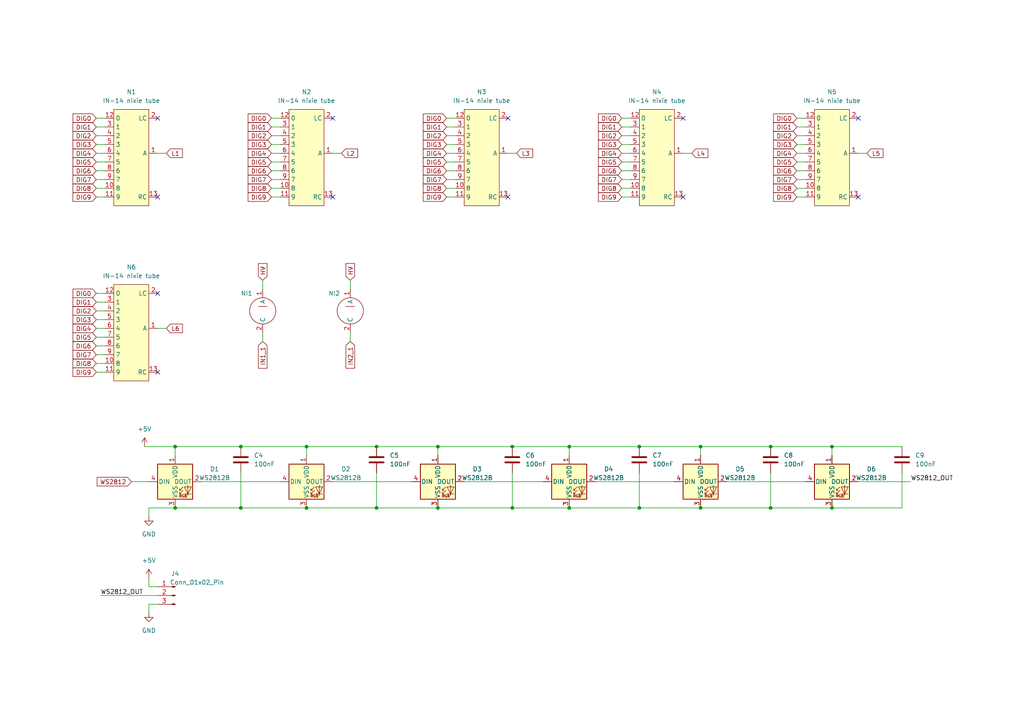
<source format=kicad_sch>
(kicad_sch (version 20230121) (generator eeschema)
  (paper "A4")
  (lib_symbols
    (symbol "Connector:Conn_01x03_Pin" (pin_names (offset 1.016) hide)
      (property "Reference" "J" (at 0 5.08 0))
      (property "Value" "Conn_01x03_Pin" (at 0 -5.08 0))
      (symbol "Conn_01x03_Pin_1_1"
        (polyline (pts (xy 1.27 -2.54) (xy 0.8636 -2.54)) (stroke (width 0.1524)))
        (polyline (pts (xy 1.27 0) (xy 0.8636 0)) (stroke (width 0.1524)))
        (polyline (pts (xy 1.27 2.54) (xy 0.8636 2.54)) (stroke (width 0.1524)))
        (rectangle (start 0.8636 -2.413) (end 0 -2.667) (stroke (width 0.1524)) (fill (type outline)))
        (rectangle (start 0.8636 0.127) (end 0 -0.127) (stroke (width 0.1524)) (fill (type outline)))
        (rectangle (start 0.8636 2.667) (end 0 2.413) (stroke (width 0.1524)) (fill (type outline)))
        (pin passive line (at 5.08 2.54 180) (length 3.81) (name "Pin_1") (number "1"))
        (pin passive line (at 5.08 0 180) (length 3.81) (name "Pin_2") (number "2"))
        (pin passive line (at 5.08 -2.54 180) (length 3.81) (name "Pin_3") (number "3"))
      )
    )
    (symbol "Device:C" (pin_numbers hide) (pin_names (offset 0.254))
      (property "Reference" "C" (at 0.635 2.54 0))
      (property "Value" "C" (at 0.635 -2.54 0))
      (symbol "C_0_1"
        (polyline (pts (xy -2.032 -0.762) (xy 2.032 -0.762)) (stroke (width 0.508)))
        (polyline (pts (xy -2.032 0.762) (xy 2.032 0.762)) (stroke (width 0.508)))
      )
      (symbol "C_1_1"
        (pin passive line (at 0 3.81 270) (length 2.794) (name "~") (number "1"))
        (pin passive line (at 0 -3.81 90) (length 2.794) (name "~") (number "2"))
      )
    )
    (symbol "IN-14_nixie_tube_1"
      (property "Reference" "N" (at -2.54 19.05 0))
      (property "Value" "IN-14 nixie tube" (at 0 15.24 0))
      (symbol "IN-14_nixie_tube_1_1_1"
        (rectangle (start -5.08 12.7) (end 5.08 -15.24) (fill (type background)))
        (pin passive line (at 7.62 0 180) (length 2.54) (name "A") (number "1"))
        (pin passive line (at -7.62 -10.16 0) (length 2.54) (name "8") (number "10"))
        (pin passive line (at -7.62 -12.7 0) (length 2.54) (name "9") (number "11"))
        (pin passive line (at -7.62 10.16 0) (length 2.54) (name "0") (number "12"))
        (pin passive line (at 7.62 -12.7 180) (length 2.54) (name "RC") (number "13"))
        (pin passive line (at 7.62 10.16 180) (length 2.54) (name "LC") (number "2"))
        (pin passive line (at -7.62 7.62 0) (length 2.54) (name "1") (number "3"))
        (pin passive line (at -7.62 5.08 0) (length 2.54) (name "2") (number "4"))
        (pin passive line (at -7.62 2.54 0) (length 2.54) (name "3") (number "5"))
        (pin passive line (at -7.62 0 0) (length 2.54) (name "4") (number "6"))
        (pin passive line (at -7.62 -2.54 0) (length 2.54) (name "5") (number "7"))
        (pin passive line (at -7.62 -5.08 0) (length 2.54) (name "6") (number "8"))
        (pin passive line (at -7.62 -7.62 0) (length 2.54) (name "7") (number "9"))
      )
    )
    (symbol "IN-14_nixie_tube_2"
      (property "Reference" "N" (at -2.54 19.05 0))
      (property "Value" "IN-14 nixie tube" (at 0 15.24 0))
      (symbol "IN-14_nixie_tube_2_1_1"
        (rectangle (start -5.08 12.7) (end 5.08 -15.24) (fill (type background)))
        (pin passive line (at 7.62 0 180) (length 2.54) (name "A") (number "1"))
        (pin passive line (at -7.62 -10.16 0) (length 2.54) (name "8") (number "10"))
        (pin passive line (at -7.62 -12.7 0) (length 2.54) (name "9") (number "11"))
        (pin passive line (at -7.62 10.16 0) (length 2.54) (name "0") (number "12"))
        (pin passive line (at 7.62 -12.7 180) (length 2.54) (name "RC") (number "13"))
        (pin passive line (at 7.62 10.16 180) (length 2.54) (name "LC") (number "2"))
        (pin passive line (at -7.62 7.62 0) (length 2.54) (name "1") (number "3"))
        (pin passive line (at -7.62 5.08 0) (length 2.54) (name "2") (number "4"))
        (pin passive line (at -7.62 2.54 0) (length 2.54) (name "3") (number "5"))
        (pin passive line (at -7.62 0 0) (length 2.54) (name "4") (number "6"))
        (pin passive line (at -7.62 -2.54 0) (length 2.54) (name "5") (number "7"))
        (pin passive line (at -7.62 -5.08 0) (length 2.54) (name "6") (number "8"))
        (pin passive line (at -7.62 -7.62 0) (length 2.54) (name "7") (number "9"))
      )
    )
    (symbol "LED:WS2812B" (pin_names (offset 0.254))
      (property "Reference" "D" (at 5.08 5.715 0))
      (property "Value" "WS2812B" (at 1.27 -5.715 0))
      (symbol "WS2812B_0_0"
        (text "RGB" (at 2.286 -4.191 0) (effects (font (size 0.762 0.762))))
      )
      (symbol "WS2812B_0_1"
        (polyline (pts (xy 1.27 -3.556) (xy 1.778 -3.556)))
        (polyline (pts (xy 1.27 -2.54) (xy 1.778 -2.54)))
        (polyline (pts (xy 4.699 -3.556) (xy 2.667 -3.556)))
        (polyline (pts (xy 2.286 -2.54) (xy 1.27 -3.556) (xy 1.27 -3.048)))
        (polyline (pts (xy 2.286 -1.524) (xy 1.27 -2.54) (xy 1.27 -2.032)))
        (polyline (pts (xy 3.683 -1.016) (xy 3.683 -3.556) (xy 3.683 -4.064)))
        (polyline (pts (xy 4.699 -1.524) (xy 2.667 -1.524) (xy 3.683 -3.556) (xy 4.699 -1.524)))
        (rectangle (start 5.08 5.08) (end -5.08 -5.08) (stroke (width 0.254)) (fill (type background)))
      )
      (symbol "WS2812B_1_1"
        (pin power_in line (at 0 7.62 270) (length 2.54) (name "VDD") (number "1"))
        (pin output line (at 7.62 0 180) (length 2.54) (name "DOUT") (number "2"))
        (pin power_in line (at 0 -7.62 90) (length 2.54) (name "VSS") (number "3"))
        (pin input line (at -7.62 0 0) (length 2.54) (name "DIN") (number "4"))
      )
    )
    (symbol "power:+5V" (power) (pin_names (offset 0))
      (property "Value" "+5V" (at 0 3.556 0))
      (symbol "+5V_0_1"
        (polyline (pts (xy -0.762 1.27) (xy 0 2.54)))
        (polyline (pts (xy 0 0) (xy 0 2.54)))
        (polyline (pts (xy 0 2.54) (xy 0.762 1.27)))
      )
      (symbol "+5V_1_1"
        (pin power_in line (at 0 0 90) (length 0) hide (name "+5V") (number "1"))
      )
    )
    (symbol "power:GND" (power) (pin_names (offset 0))
      (property "Value" "GND" (at 0 -3.81 0))
      (symbol "GND_0_1"
        (polyline (pts (xy 0 0) (xy 0 -1.27) (xy 1.27 -1.27) (xy 0 -2.54) (xy -1.27 -1.27) (xy 0 -1.27)))
      )
      (symbol "GND_1_1"
        (pin power_in line (at 0 0 270) (length 0) hide (name "GND") (number "1"))
      )
    )
    (symbol "project_library:IN-14_nixie_tube"
      (property "Reference" "N" (at -2.54 19.05 0))
      (property "Value" "IN-14 nixie tube" (at 0 15.24 0))
      (symbol "IN-14_nixie_tube_1_1"
        (rectangle (start -5.08 12.7) (end 5.08 -15.24) (fill (type background)))
        (pin passive line (at 7.62 0 180) (length 2.54) (name "A") (number "1"))
        (pin passive line (at -7.62 -10.16 0) (length 2.54) (name "8") (number "10"))
        (pin passive line (at -7.62 -12.7 0) (length 2.54) (name "9") (number "11"))
        (pin passive line (at -7.62 10.16 0) (length 2.54) (name "0") (number "12"))
        (pin passive line (at 7.62 -12.7 180) (length 2.54) (name "RC") (number "13"))
        (pin passive line (at 7.62 10.16 180) (length 2.54) (name "LC") (number "2"))
        (pin passive line (at -7.62 7.62 0) (length 2.54) (name "1") (number "3"))
        (pin passive line (at -7.62 5.08 0) (length 2.54) (name "2") (number "4"))
        (pin passive line (at -7.62 2.54 0) (length 2.54) (name "3") (number "5"))
        (pin passive line (at -7.62 0 0) (length 2.54) (name "4") (number "6"))
        (pin passive line (at -7.62 -2.54 0) (length 2.54) (name "5") (number "7"))
        (pin passive line (at -7.62 -5.08 0) (length 2.54) (name "6") (number "8"))
        (pin passive line (at -7.62 -7.62 0) (length 2.54) (name "7") (number "9"))
      )
    )
    (symbol "project_library:IN-3_indicator"
      (property "Reference" "NI" (at -3.81 5.08 0))
      (property "Value" "IN-3 indicator" (at 0 12.7 0))
      (symbol "IN-3_indicator_0_1"
        (polyline (pts (xy -1.27 1.27) (xy 1.27 1.27)))
        (circle (center 0 0) (radius 3.81))
      )
      (symbol "IN-3_indicator_1_1"
        (pin passive line (at 0 6.35 270) (length 2.54) (name "A") (number "1"))
        (pin passive line (at 0 -6.35 90) (length 2.54) (name "C") (number "2"))
      )
    )
  )
  (junction (at 50.8 129.54))
  (junction (at 165.1 147.32))
  (junction (at 185.42 129.54))
  (junction (at 69.85 129.54))
  (junction (at 223.52 129.54))
  (junction (at 241.3 129.54))
  (junction (at 241.3 147.32))
  (junction (at 127 147.32))
  (junction (at 88.9 147.32))
  (junction (at 185.42 147.32))
  (junction (at 223.52 147.32))
  (junction (at 148.59 129.54))
  (junction (at 50.8 147.32))
  (junction (at 109.22 129.54))
  (junction (at 203.2 129.54))
  (junction (at 69.85 147.32))
  (junction (at 148.59 147.32))
  (junction (at 165.1 129.54))
  (junction (at 127 129.54))
  (junction (at 203.2 147.32))
  (junction (at 109.22 147.32))
  (junction (at 88.9 129.54))
  (no_connect (at 45.72 85.09))
  (no_connect (at 248.92 57.15))
  (no_connect (at 147.32 34.29))
  (no_connect (at 248.92 34.29))
  (no_connect (at 45.72 57.15))
  (no_connect (at 45.72 107.95))
  (no_connect (at 45.72 34.29))
  (no_connect (at 147.32 57.15))
  (no_connect (at 96.52 34.29))
  (no_connect (at 96.52 57.15))
  (no_connect (at 198.12 57.15))
  (no_connect (at 198.12 34.29))
  (wire (pts (xy 180.34 39.37) (xy 182.88 39.37)))
  (wire (pts (xy 261.62 137.16) (xy 261.62 147.32)))
  (wire (pts (xy 203.2 129.54) (xy 223.52 129.54)))
  (wire (pts (xy 203.2 147.32) (xy 223.52 147.32)))
  (wire (pts (xy 43.18 147.32) (xy 50.8 147.32)))
  (wire (pts (xy 231.14 52.07) (xy 233.68 52.07)))
  (wire (pts (xy 231.14 39.37) (xy 233.68 39.37)))
  (wire (pts (xy 43.18 170.18) (xy 43.18 167.64)))
  (wire (pts (xy 76.2 81.28) (xy 76.2 83.82)))
  (wire (pts (xy 231.14 54.61) (xy 233.68 54.61)))
  (wire (pts (xy 223.52 129.54) (xy 241.3 129.54)))
  (wire (pts (xy 109.22 147.32) (xy 127 147.32)))
  (wire (pts (xy 78.74 46.99) (xy 81.28 46.99)))
  (wire (pts (xy 78.74 54.61) (xy 81.28 54.61)))
  (wire (pts (xy 148.59 129.54) (xy 165.1 129.54)))
  (wire (pts (xy 185.42 137.16) (xy 185.42 147.32)))
  (wire (pts (xy 248.92 44.45) (xy 251.46 44.45)))
  (wire (pts (xy 27.94 46.99) (xy 30.48 46.99)))
  (wire (pts (xy 27.94 57.15) (xy 30.48 57.15)))
  (wire (pts (xy 180.34 49.53) (xy 182.88 49.53)))
  (wire (pts (xy 261.62 147.32) (xy 241.3 147.32)))
  (wire (pts (xy 27.94 97.79) (xy 30.48 97.79)))
  (wire (pts (xy 50.8 147.32) (xy 69.85 147.32)))
  (wire (pts (xy 78.74 39.37) (xy 81.28 39.37)))
  (wire (pts (xy 231.14 57.15) (xy 233.68 57.15)))
  (wire (pts (xy 134.62 139.7) (xy 157.48 139.7)))
  (wire (pts (xy 180.34 52.07) (xy 182.88 52.07)))
  (wire (pts (xy 27.94 92.71) (xy 30.48 92.71)))
  (wire (pts (xy 180.34 34.29) (xy 182.88 34.29)))
  (wire (pts (xy 43.18 175.26) (xy 45.72 175.26)))
  (wire (pts (xy 27.94 95.25) (xy 30.48 95.25)))
  (wire (pts (xy 27.94 52.07) (xy 30.48 52.07)))
  (wire (pts (xy 27.94 90.17) (xy 30.48 90.17)))
  (wire (pts (xy 127 147.32) (xy 148.59 147.32)))
  (wire (pts (xy 78.74 41.91) (xy 81.28 41.91)))
  (wire (pts (xy 223.52 147.32) (xy 241.3 147.32)))
  (wire (pts (xy 69.85 129.54) (xy 88.9 129.54)))
  (wire (pts (xy 27.94 41.91) (xy 30.48 41.91)))
  (wire (pts (xy 109.22 129.54) (xy 127 129.54)))
  (wire (pts (xy 129.54 52.07) (xy 132.08 52.07)))
  (wire (pts (xy 101.6 99.06) (xy 101.6 96.52)))
  (wire (pts (xy 27.94 36.83) (xy 30.48 36.83)))
  (wire (pts (xy 231.14 44.45) (xy 233.68 44.45)))
  (wire (pts (xy 27.94 107.95) (xy 30.48 107.95)))
  (wire (pts (xy 127 129.54) (xy 127 132.08)))
  (wire (pts (xy 210.82 139.7) (xy 233.68 139.7)))
  (wire (pts (xy 231.14 46.99) (xy 233.68 46.99)))
  (wire (pts (xy 78.74 44.45) (xy 81.28 44.45)))
  (wire (pts (xy 172.72 139.7) (xy 195.58 139.7)))
  (wire (pts (xy 127 129.54) (xy 148.59 129.54)))
  (wire (pts (xy 147.32 44.45) (xy 149.86 44.45)))
  (wire (pts (xy 43.18 147.32) (xy 43.18 149.86)))
  (wire (pts (xy 248.92 139.7) (xy 264.16 139.7)))
  (wire (pts (xy 27.94 39.37) (xy 30.48 39.37)))
  (wire (pts (xy 129.54 34.29) (xy 132.08 34.29)))
  (wire (pts (xy 27.94 34.29) (xy 30.48 34.29)))
  (wire (pts (xy 180.34 36.83) (xy 182.88 36.83)))
  (wire (pts (xy 45.72 170.18) (xy 43.18 170.18)))
  (wire (pts (xy 78.74 57.15) (xy 81.28 57.15)))
  (wire (pts (xy 180.34 44.45) (xy 182.88 44.45)))
  (wire (pts (xy 45.72 95.25) (xy 48.26 95.25)))
  (wire (pts (xy 27.94 102.87) (xy 30.48 102.87)))
  (wire (pts (xy 231.14 36.83) (xy 233.68 36.83)))
  (wire (pts (xy 231.14 34.29) (xy 233.68 34.29)))
  (wire (pts (xy 148.59 147.32) (xy 165.1 147.32)))
  (wire (pts (xy 129.54 46.99) (xy 132.08 46.99)))
  (wire (pts (xy 96.52 44.45) (xy 99.06 44.45)))
  (wire (pts (xy 241.3 129.54) (xy 241.3 132.08)))
  (wire (pts (xy 165.1 129.54) (xy 185.42 129.54)))
  (wire (pts (xy 43.18 177.8) (xy 43.18 175.26)))
  (wire (pts (xy 41.91 129.54) (xy 50.8 129.54)))
  (wire (pts (xy 129.54 41.91) (xy 132.08 41.91)))
  (wire (pts (xy 223.52 137.16) (xy 223.52 147.32)))
  (wire (pts (xy 27.94 44.45) (xy 30.48 44.45)))
  (wire (pts (xy 78.74 49.53) (xy 81.28 49.53)))
  (wire (pts (xy 88.9 129.54) (xy 88.9 132.08)))
  (wire (pts (xy 129.54 44.45) (xy 132.08 44.45)))
  (wire (pts (xy 78.74 52.07) (xy 81.28 52.07)))
  (wire (pts (xy 101.6 81.28) (xy 101.6 83.82)))
  (wire (pts (xy 27.94 100.33) (xy 30.48 100.33)))
  (wire (pts (xy 180.34 46.99) (xy 182.88 46.99)))
  (wire (pts (xy 148.59 137.16) (xy 148.59 147.32)))
  (wire (pts (xy 96.52 139.7) (xy 119.38 139.7)))
  (wire (pts (xy 165.1 129.54) (xy 165.1 132.08)))
  (wire (pts (xy 129.54 36.83) (xy 132.08 36.83)))
  (wire (pts (xy 78.74 34.29) (xy 81.28 34.29)))
  (wire (pts (xy 180.34 41.91) (xy 182.88 41.91)))
  (wire (pts (xy 129.54 49.53) (xy 132.08 49.53)))
  (wire (pts (xy 231.14 41.91) (xy 233.68 41.91)))
  (wire (pts (xy 241.3 129.54) (xy 261.62 129.54)))
  (wire (pts (xy 109.22 137.16) (xy 109.22 147.32)))
  (wire (pts (xy 203.2 129.54) (xy 185.42 129.54)))
  (wire (pts (xy 29.21 172.72) (xy 45.72 172.72)))
  (wire (pts (xy 203.2 129.54) (xy 203.2 132.08)))
  (wire (pts (xy 129.54 39.37) (xy 132.08 39.37)))
  (wire (pts (xy 185.42 147.32) (xy 203.2 147.32)))
  (wire (pts (xy 69.85 137.16) (xy 69.85 147.32)))
  (wire (pts (xy 180.34 57.15) (xy 182.88 57.15)))
  (wire (pts (xy 180.34 54.61) (xy 182.88 54.61)))
  (wire (pts (xy 198.12 44.45) (xy 200.66 44.45)))
  (wire (pts (xy 27.94 49.53) (xy 30.48 49.53)))
  (wire (pts (xy 50.8 129.54) (xy 50.8 132.08)))
  (wire (pts (xy 50.8 129.54) (xy 69.85 129.54)))
  (wire (pts (xy 129.54 54.61) (xy 132.08 54.61)))
  (wire (pts (xy 38.1 139.7) (xy 43.18 139.7)))
  (wire (pts (xy 76.2 99.06) (xy 76.2 96.52)))
  (wire (pts (xy 129.54 57.15) (xy 132.08 57.15)))
  (wire (pts (xy 27.94 54.61) (xy 30.48 54.61)))
  (wire (pts (xy 88.9 147.32) (xy 109.22 147.32)))
  (wire (pts (xy 27.94 85.09) (xy 30.48 85.09)))
  (wire (pts (xy 78.74 36.83) (xy 81.28 36.83)))
  (wire (pts (xy 69.85 147.32) (xy 88.9 147.32)))
  (wire (pts (xy 58.42 139.7) (xy 81.28 139.7)))
  (wire (pts (xy 27.94 87.63) (xy 30.48 87.63)))
  (wire (pts (xy 88.9 129.54) (xy 109.22 129.54)))
  (wire (pts (xy 27.94 105.41) (xy 30.48 105.41)))
  (wire (pts (xy 231.14 49.53) (xy 233.68 49.53)))
  (wire (pts (xy 165.1 147.32) (xy 185.42 147.32)))
  (wire (pts (xy 45.72 44.45) (xy 48.26 44.45)))
  (label "WS2812_OUT" (at 29.21 172.72 0))
  (label "WS2812_OUT" (at 264.16 139.7 0))
  (global_label "DIG6" (shape input) (at 129.54 49.53 180) (property "Intersheetrefs" "${INTERSHEET_REFS}" (effects hide)))
  (global_label "DIG9" (shape input) (at 129.54 57.15 180) (property "Intersheetrefs" "${INTERSHEET_REFS}" (effects hide)))
  (global_label "L2" (shape input) (at 99.06 44.45 0) (property "Intersheetrefs" "${INTERSHEET_REFS}" (effects hide)))
  (global_label "DIG3" (shape input) (at 129.54 41.91 180) (property "Intersheetrefs" "${INTERSHEET_REFS}" (effects hide)))
  (global_label "L3" (shape input) (at 149.86 44.45 0) (property "Intersheetrefs" "${INTERSHEET_REFS}" (effects hide)))
  (global_label "DIG0" (shape input) (at 78.74 34.29 180) (property "Intersheetrefs" "${INTERSHEET_REFS}" (effects hide)))
  (global_label "DIG4" (shape input) (at 129.54 44.45 180) (property "Intersheetrefs" "${INTERSHEET_REFS}" (effects hide)))
  (global_label "DIG8" (shape input) (at 180.34 54.61 180) (property "Intersheetrefs" "${INTERSHEET_REFS}" (effects hide)))
  (global_label "DIG1" (shape input) (at 180.34 36.83 180) (property "Intersheetrefs" "${INTERSHEET_REFS}" (effects hide)))
  (global_label "DIG6" (shape input) (at 180.34 49.53 180) (property "Intersheetrefs" "${INTERSHEET_REFS}" (effects hide)))
  (global_label "DIG0" (shape input) (at 27.94 34.29 180) (property "Intersheetrefs" "${INTERSHEET_REFS}" (effects hide)))
  (global_label "DIG9" (shape input) (at 180.34 57.15 180) (property "Intersheetrefs" "${INTERSHEET_REFS}" (effects hide)))
  (global_label "DIG2" (shape input) (at 231.14 39.37 180) (property "Intersheetrefs" "${INTERSHEET_REFS}" (effects hide)))
  (global_label "DIG8" (shape input) (at 27.94 54.61 180) (property "Intersheetrefs" "${INTERSHEET_REFS}" (effects hide)))
  (global_label "DIG3" (shape input) (at 78.74 41.91 180) (property "Intersheetrefs" "${INTERSHEET_REFS}" (effects hide)))
  (global_label "DIG6" (shape input) (at 78.74 49.53 180) (property "Intersheetrefs" "${INTERSHEET_REFS}" (effects hide)))
  (global_label "DIG5" (shape input) (at 180.34 46.99 180) (property "Intersheetrefs" "${INTERSHEET_REFS}" (effects hide)))
  (global_label "DIG5" (shape input) (at 78.74 46.99 180) (property "Intersheetrefs" "${INTERSHEET_REFS}" (effects hide)))
  (global_label "DIG3" (shape input) (at 27.94 41.91 180) (property "Intersheetrefs" "${INTERSHEET_REFS}" (effects hide)))
  (global_label "L6" (shape input) (at 48.26 95.25 0) (property "Intersheetrefs" "${INTERSHEET_REFS}" (effects hide)))
  (global_label "HV" (shape input) (at 101.6 81.28 90) (property "Intersheetrefs" "${INTERSHEET_REFS}" (effects hide)))
  (global_label "DIG3" (shape input) (at 27.94 92.71 180) (property "Intersheetrefs" "${INTERSHEET_REFS}" (effects hide)))
  (global_label "DIG1" (shape input) (at 129.54 36.83 180) (property "Intersheetrefs" "${INTERSHEET_REFS}" (effects hide)))
  (global_label "DIG1" (shape input) (at 27.94 87.63 180) (property "Intersheetrefs" "${INTERSHEET_REFS}" (effects hide)))
  (global_label "DIG7" (shape input) (at 180.34 52.07 180) (property "Intersheetrefs" "${INTERSHEET_REFS}" (effects hide)))
  (global_label "DIG1" (shape input) (at 78.74 36.83 180) (property "Intersheetrefs" "${INTERSHEET_REFS}" (effects hide)))
  (global_label "DIG5" (shape input) (at 27.94 46.99 180) (property "Intersheetrefs" "${INTERSHEET_REFS}" (effects hide)))
  (global_label "DIG7" (shape input) (at 27.94 52.07 180) (property "Intersheetrefs" "${INTERSHEET_REFS}" (effects hide)))
  (global_label "DIG4" (shape input) (at 231.14 44.45 180) (property "Intersheetrefs" "${INTERSHEET_REFS}" (effects hide)))
  (global_label "DIG6" (shape input) (at 27.94 49.53 180) (property "Intersheetrefs" "${INTERSHEET_REFS}" (effects hide)))
  (global_label "DIG2" (shape input) (at 78.74 39.37 180) (property "Intersheetrefs" "${INTERSHEET_REFS}" (effects hide)))
  (global_label "DIG7" (shape input) (at 129.54 52.07 180) (property "Intersheetrefs" "${INTERSHEET_REFS}" (effects hide)))
  (global_label "IN1_1" (shape input) (at 76.2 99.06 270) (property "Intersheetrefs" "${INTERSHEET_REFS}" (effects hide)))
  (global_label "DIG6" (shape input) (at 231.14 49.53 180) (property "Intersheetrefs" "${INTERSHEET_REFS}" (effects hide)))
  (global_label "L4" (shape input) (at 200.66 44.45 0) (property "Intersheetrefs" "${INTERSHEET_REFS}" (effects hide)))
  (global_label "DIG4" (shape input) (at 27.94 44.45 180) (property "Intersheetrefs" "${INTERSHEET_REFS}" (effects hide)))
  (global_label "DIG6" (shape input) (at 27.94 100.33 180) (property "Intersheetrefs" "${INTERSHEET_REFS}" (effects hide)))
  (global_label "DIG8" (shape input) (at 27.94 105.41 180) (property "Intersheetrefs" "${INTERSHEET_REFS}" (effects hide)))
  (global_label "DIG1" (shape input) (at 27.94 36.83 180) (property "Intersheetrefs" "${INTERSHEET_REFS}" (effects hide)))
  (global_label "DIG4" (shape input) (at 78.74 44.45 180) (property "Intersheetrefs" "${INTERSHEET_REFS}" (effects hide)))
  (global_label "DIG0" (shape input) (at 180.34 34.29 180) (property "Intersheetrefs" "${INTERSHEET_REFS}" (effects hide)))
  (global_label "DIG5" (shape input) (at 129.54 46.99 180) (property "Intersheetrefs" "${INTERSHEET_REFS}" (effects hide)))
  (global_label "DIG4" (shape input) (at 27.94 95.25 180) (property "Intersheetrefs" "${INTERSHEET_REFS}" (effects hide)))
  (global_label "DIG9" (shape input) (at 27.94 57.15 180) (property "Intersheetrefs" "${INTERSHEET_REFS}" (effects hide)))
  (global_label "DIG2" (shape input) (at 27.94 90.17 180) (property "Intersheetrefs" "${INTERSHEET_REFS}" (effects hide)))
  (global_label "L1" (shape input) (at 48.26 44.45 0) (property "Intersheetrefs" "${INTERSHEET_REFS}" (effects hide)))
  (global_label "DIG0" (shape input) (at 27.94 85.09 180) (property "Intersheetrefs" "${INTERSHEET_REFS}" (effects hide)))
  (global_label "DIG4" (shape input) (at 180.34 44.45 180) (property "Intersheetrefs" "${INTERSHEET_REFS}" (effects hide)))
  (global_label "DIG2" (shape input) (at 27.94 39.37 180) (property "Intersheetrefs" "${INTERSHEET_REFS}" (effects hide)))
  (global_label "DIG9" (shape input) (at 27.94 107.95 180) (property "Intersheetrefs" "${INTERSHEET_REFS}" (effects hide)))
  (global_label "DIG2" (shape input) (at 180.34 39.37 180) (property "Intersheetrefs" "${INTERSHEET_REFS}" (effects hide)))
  (global_label "DIG3" (shape input) (at 180.34 41.91 180) (property "Intersheetrefs" "${INTERSHEET_REFS}" (effects hide)))
  (global_label "DIG1" (shape input) (at 231.14 36.83 180) (property "Intersheetrefs" "${INTERSHEET_REFS}" (effects hide)))
  (global_label "DIG2" (shape input) (at 129.54 39.37 180) (property "Intersheetrefs" "${INTERSHEET_REFS}" (effects hide)))
  (global_label "HV" (shape input) (at 76.2 81.28 90) (property "Intersheetrefs" "${INTERSHEET_REFS}" (effects hide)))
  (global_label "WS2812" (shape input) (at 38.1 139.7 180) (property "Intersheetrefs" "${INTERSHEET_REFS}" (effects hide)))
  (global_label "DIG9" (shape input) (at 231.14 57.15 180) (property "Intersheetrefs" "${INTERSHEET_REFS}" (effects hide)))
  (global_label "DIG8" (shape input) (at 129.54 54.61 180) (property "Intersheetrefs" "${INTERSHEET_REFS}" (effects hide)))
  (global_label "IN2_1" (shape input) (at 101.6 99.06 270) (property "Intersheetrefs" "${INTERSHEET_REFS}" (effects hide)))
  (global_label "DIG5" (shape input) (at 27.94 97.79 180) (property "Intersheetrefs" "${INTERSHEET_REFS}" (effects hide)))
  (global_label "DIG8" (shape input) (at 231.14 54.61 180) (property "Intersheetrefs" "${INTERSHEET_REFS}" (effects hide)))
  (global_label "DIG9" (shape input) (at 78.74 57.15 180) (property "Intersheetrefs" "${INTERSHEET_REFS}" (effects hide)))
  (global_label "DIG7" (shape input) (at 231.14 52.07 180) (property "Intersheetrefs" "${INTERSHEET_REFS}" (effects hide)))
  (global_label "L5" (shape input) (at 251.46 44.45 0) (property "Intersheetrefs" "${INTERSHEET_REFS}" (effects hide)))
  (global_label "DIG0" (shape input) (at 231.14 34.29 180) (property "Intersheetrefs" "${INTERSHEET_REFS}" (effects hide)))
  (global_label "DIG5" (shape input) (at 231.14 46.99 180) (property "Intersheetrefs" "${INTERSHEET_REFS}" (effects hide)))
  (global_label "DIG3" (shape input) (at 231.14 41.91 180) (property "Intersheetrefs" "${INTERSHEET_REFS}" (effects hide)))
  (global_label "DIG0" (shape input) (at 129.54 34.29 180) (property "Intersheetrefs" "${INTERSHEET_REFS}" (effects hide)))
  (global_label "DIG8" (shape input) (at 78.74 54.61 180) (property "Intersheetrefs" "${INTERSHEET_REFS}" (effects hide)))
  (global_label "DIG7" (shape input) (at 78.74 52.07 180) (property "Intersheetrefs" "${INTERSHEET_REFS}" (effects hide)))
  (global_label "DIG7" (shape input) (at 27.94 102.87 180) (property "Intersheetrefs" "${INTERSHEET_REFS}" (effects hide)))
  (symbol (lib_id "power:GND") (at 43.18 177.8 0) (unit 1)
    (property "Reference" "#PWR029" (effects hide))
    (property "Value" "GND" (at 43.18 182.88 0))
  )
  (symbol (lib_id "Device:C") (at 148.59 133.35 0) (unit 1)
    (property "Reference" "C6" (at 152.4 132.08 0) (effects (justify left)))
    (property "Value" "100nF" (at 152.4 134.62 0) (effects (justify left)))
    (property "Footprint" "Capacitor_SMD:C_0805_2012Metric_Pad1.18x1.45mm_HandSolder" (effects hide))
  )
  (symbol (lib_id "Device:C") (at 109.22 133.35 0) (unit 1)
    (property "Reference" "C5" (at 113.03 132.08 0) (effects (justify left)))
    (property "Value" "100nF" (at 113.03 134.62 0) (effects (justify left)))
    (property "Footprint" "Capacitor_SMD:C_0805_2012Metric_Pad1.18x1.45mm_HandSolder" (effects hide))
  )
  (symbol (lib_id "project_library:IN-14_nixie_tube") (at 190.5 44.45 0) (unit 1)
    (property "Reference" "N4" (at 190.5 26.67 0))
    (property "Value" "IN-14 nixie tube" (at 190.5 29.21 0))
    (property "Footprint" "project_library:IN-14_nixie_tube" (effects hide))
  )
  (symbol (lib_id "LED:WS2812B") (at 203.2 139.7 0) (unit 1)
    (property "Reference" "D5" (at 214.63 136.0521 0))
    (property "Value" "WS2812B" (at 214.63 138.5921 0))
    (property "Footprint" "LED_SMD:LED_WS2812B_PLCC4_5.0x5.0mm_P3.2mm" (effects hide))
    (property "Datasheet" "https://cdn-shop.adafruit.com/datasheets/WS2812B.pdf" (effects hide))
  )
  (symbol (lib_id "Connector:Conn_01x03_Pin") (at 50.8 172.72 0) (mirror y) (unit 1)
    (property "Reference" "J4" (at 50.8 166.37 0))
    (property "Value" "Conn_01x02_Pin" (at 57.15 168.91 0))
    (property "Footprint" "Connector_PinHeader_2.54mm:PinHeader_1x03_P2.54mm_Vertical" (effects hide))
  )
  (symbol (lib_id "power:+5V") (at 43.18 167.64 0) (unit 1)
    (property "Reference" "#PWR028" (effects hide))
    (property "Value" "+5V" (at 43.18 162.56 0))
  )
  (symbol (lib_name "IN-14_nixie_tube_2") (lib_id "project_library:IN-14_nixie_tube") (at 88.9 44.45 0) (unit 1)
    (property "Reference" "N2" (at 88.9 26.67 0))
    (property "Value" "IN-14 nixie tube" (at 88.9 29.21 0))
    (property "Footprint" "project_library:IN-14_nixie_tube" (effects hide))
  )
  (symbol (lib_id "project_library:IN-3_indicator") (at 76.2 90.17 0) (unit 1)
    (property "Reference" "NI1" (at 69.85 85.09 0) (effects (justify left)))
    (property "Value" "~" (at 76.2 77.47 0))
    (property "Footprint" "project_library:IN-3_indicator" (effects hide))
  )
  (symbol (lib_id "LED:WS2812B") (at 50.8 139.7 0) (unit 1)
    (property "Reference" "D1" (at 62.23 136.0521 0))
    (property "Value" "WS2812B" (at 62.23 138.5921 0))
    (property "Footprint" "LED_SMD:LED_WS2812B_PLCC4_5.0x5.0mm_P3.2mm" (effects hide))
    (property "Datasheet" "https://cdn-shop.adafruit.com/datasheets/WS2812B.pdf" (effects hide))
  )
  (symbol (lib_id "project_library:IN-3_indicator") (at 101.6 90.17 0) (unit 1)
    (property "Reference" "NI2" (at 95.25 85.09 0) (effects (justify left)))
    (property "Value" "~" (at 101.6 77.47 0))
    (property "Footprint" "project_library:IN-3_indicator" (effects hide))
  )
  (symbol (lib_id "LED:WS2812B") (at 127 139.7 0) (unit 1)
    (property "Reference" "D3" (at 138.43 136.0521 0))
    (property "Value" "WS2812B" (at 138.43 138.5921 0))
    (property "Footprint" "LED_SMD:LED_WS2812B_PLCC4_5.0x5.0mm_P3.2mm" (effects hide))
    (property "Datasheet" "https://cdn-shop.adafruit.com/datasheets/WS2812B.pdf" (effects hide))
  )
  (symbol (lib_id "LED:WS2812B") (at 88.9 139.7 0) (unit 1)
    (property "Reference" "D2" (at 100.33 136.0521 0))
    (property "Value" "WS2812B" (at 100.33 138.5921 0))
    (property "Footprint" "LED_SMD:LED_WS2812B_PLCC4_5.0x5.0mm_P3.2mm" (effects hide))
    (property "Datasheet" "https://cdn-shop.adafruit.com/datasheets/WS2812B.pdf" (effects hide))
  )
  (symbol (lib_id "project_library:IN-14_nixie_tube") (at 241.3 44.45 0) (unit 1)
    (property "Reference" "N5" (at 241.3 26.67 0))
    (property "Value" "IN-14 nixie tube" (at 241.3 29.21 0))
    (property "Footprint" "project_library:IN-14_nixie_tube" (effects hide))
  )
  (symbol (lib_id "Device:C") (at 69.85 133.35 0) (unit 1)
    (property "Reference" "C4" (at 73.66 132.08 0) (effects (justify left)))
    (property "Value" "100nF" (at 73.66 134.62 0) (effects (justify left)))
    (property "Footprint" "Capacitor_SMD:C_0805_2012Metric_Pad1.18x1.45mm_HandSolder" (effects hide))
  )
  (symbol (lib_id "Device:C") (at 185.42 133.35 0) (unit 1)
    (property "Reference" "C7" (at 189.23 132.08 0) (effects (justify left)))
    (property "Value" "100nF" (at 189.23 134.62 0) (effects (justify left)))
    (property "Footprint" "Capacitor_SMD:C_0805_2012Metric_Pad1.18x1.45mm_HandSolder" (effects hide))
  )
  (symbol (lib_id "project_library:IN-14_nixie_tube") (at 139.7 44.45 0) (unit 1)
    (property "Reference" "N3" (at 139.7 26.67 0))
    (property "Value" "IN-14 nixie tube" (at 139.7 29.21 0))
    (property "Footprint" "project_library:IN-14_nixie_tube" (effects hide))
  )
  (symbol (lib_id "Device:C") (at 223.52 133.35 0) (unit 1)
    (property "Reference" "C8" (at 227.33 132.08 0) (effects (justify left)))
    (property "Value" "100nF" (at 227.33 134.62 0) (effects (justify left)))
    (property "Footprint" "Capacitor_SMD:C_0805_2012Metric_Pad1.18x1.45mm_HandSolder" (effects hide))
  )
  (symbol (lib_id "power:GND") (at 43.18 149.86 0) (unit 1)
    (property "Reference" "#PWR026" (effects hide))
    (property "Value" "GND" (at 43.18 154.94 0))
  )
  (symbol (lib_id "LED:WS2812B") (at 165.1 139.7 0) (unit 1)
    (property "Reference" "D4" (at 176.53 136.0521 0))
    (property "Value" "WS2812B" (at 176.53 138.5921 0))
    (property "Footprint" "LED_SMD:LED_WS2812B_PLCC4_5.0x5.0mm_P3.2mm" (effects hide))
    (property "Datasheet" "https://cdn-shop.adafruit.com/datasheets/WS2812B.pdf" (effects hide))
  )
  (symbol (lib_id "Device:C") (at 261.62 133.35 0) (unit 1)
    (property "Reference" "C9" (at 265.43 132.08 0) (effects (justify left)))
    (property "Value" "100nF" (at 265.43 134.62 0) (effects (justify left)))
    (property "Footprint" "Capacitor_SMD:C_0805_2012Metric_Pad1.18x1.45mm_HandSolder" (effects hide))
  )
  (symbol (lib_id "power:+5V") (at 41.91 129.54 0) (unit 1)
    (property "Reference" "#PWR025" (effects hide))
    (property "Value" "+5V" (at 41.91 124.46 0))
  )
  (symbol (lib_name "IN-14_nixie_tube_1") (lib_id "project_library:IN-14_nixie_tube") (at 38.1 44.45 0) (unit 1)
    (property "Reference" "N1" (at 38.1 26.67 0))
    (property "Value" "IN-14 nixie tube" (at 38.1 29.21 0))
    (property "Footprint" "project_library:IN-14_nixie_tube" (effects hide))
  )
  (symbol (lib_id "project_library:IN-14_nixie_tube") (at 38.1 95.25 0) (unit 1)
    (property "Reference" "N6" (at 38.1 77.47 0))
    (property "Value" "IN-14 nixie tube" (at 38.1 80.01 0))
    (property "Footprint" "project_library:IN-14_nixie_tube" (effects hide))
  )
  (symbol (lib_id "LED:WS2812B") (at 241.3 139.7 0) (unit 1)
    (property "Reference" "D6" (at 252.73 136.0521 0))
    (property "Value" "WS2812B" (at 252.73 138.5921 0))
    (property "Footprint" "LED_SMD:LED_WS2812B_PLCC4_5.0x5.0mm_P3.2mm" (effects hide))
    (property "Datasheet" "https://cdn-shop.adafruit.com/datasheets/WS2812B.pdf" (effects hide))
  )
)
</source>
